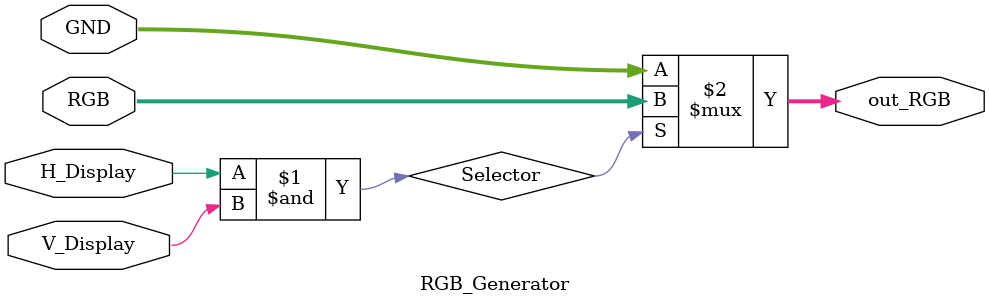
<source format=sv>
/* ******************************************* *
 *                                             *
 * Name: RGB Generator                         *
 * Date: July 22, 2020                         *
 * Author: Anthony Kung                        *
 * Author URI: https://anth.dev                *
 *                                             *
 ***********************************************/

module RGB_Generator   (input logic [3:0] GND, RGB,
                        input logic H_Display, V_Display,
                        output logic [3:0] out_RGB);

  reg Selector;

  assign Selector = H_Display & V_Display;

  assign out_RGB = Selector ? RGB : GND;

endmodule
</source>
